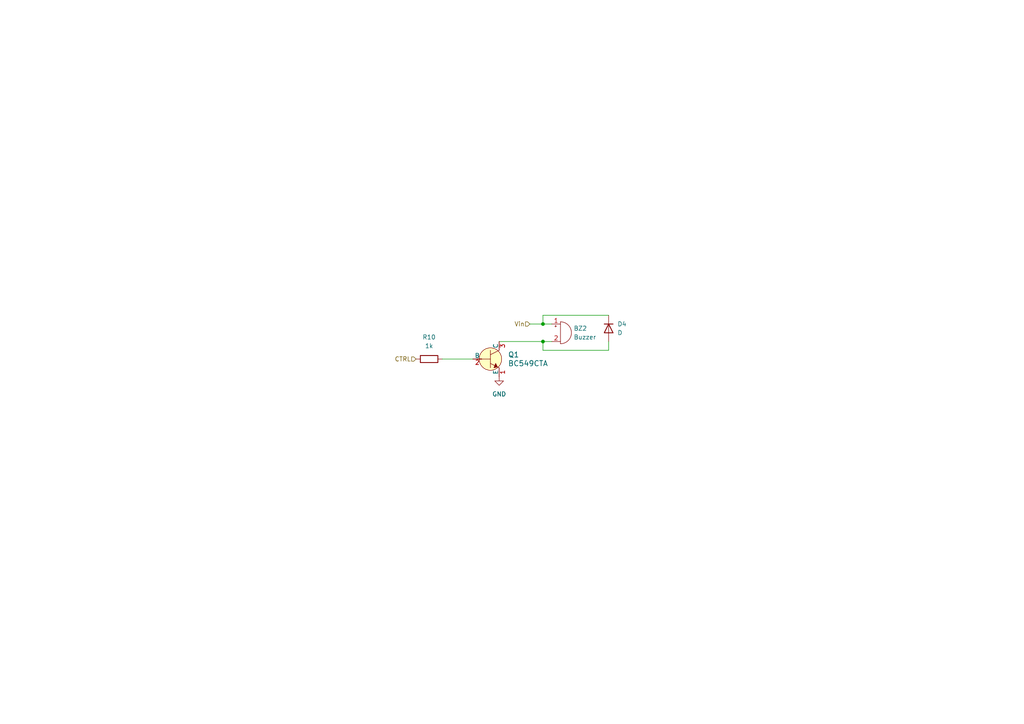
<source format=kicad_sch>
(kicad_sch (version 20250114) (generator "eeschema") (generator_version "9.0")
  (paper "A4")
  (lib_symbols
    (symbol "Device:Buzzer" (pin_names (offset 0.0254) (hide yes))
      (property "Reference" "BZ" (at 3.81 1.27 0))
      (property "Value" "Buzzer" (at 3.81 -1.27 0))
      (symbol "Buzzer_0_1"
        (polyline (pts (xy -1.651 1.905) (xy -1.143 1.905)))
        (polyline (pts (xy -1.397 2.159) (xy -1.397 1.651)))
        (arc (start 0 3.175) (mid 3.1612 0) (end 0 -3.175))
        (polyline (pts (xy 0 3.175) (xy 0 -3.175)))
      )
      (symbol "Buzzer_1_1"
        (pin passive line (at -2.54 2.54 0) (length 2.54) (name "+") (number "1"))
        (pin passive line (at -2.54 -2.54 0) (length 2.54) (name "-") (number "2"))
      )
    )
    (symbol "Device:D" (pin_numbers (hide yes)) (pin_names (offset 1.016) (hide yes))
      (property "Reference" "D" (at 0 2.54 0))
      (property "Value" "D" (at 0 -2.54 0))
      (symbol "D_0_1"
        (polyline (pts (xy -1.27 1.27) (xy -1.27 -1.27)) (stroke (width 0.254)))
        (polyline (pts (xy 1.27 1.27) (xy 1.27 -1.27) (xy -1.27 0) (xy 1.27 1.27)) (stroke (width 0.254)))
        (polyline (pts (xy 1.27 0) (xy -1.27 0)))
      )
      (symbol "D_1_1"
        (pin passive line (at -3.81 0 0) (length 2.54) (name "K") (number "1"))
        (pin passive line (at 3.81 0 180) (length 2.54) (name "A") (number "2"))
      )
    )
    (symbol "Device:R" (pin_numbers (hide yes)) (pin_names (offset 0))
      (property "Reference" "R" (at 2.032 0 90))
      (property "Value" "R" (at 0 0 90))
      (symbol "R_0_1"
        (rectangle (start -1.016 -2.54) (end 1.016 2.54) (stroke (width 0.254)))
      )
      (symbol "R_1_1"
        (pin passive line (at 0 3.81 270) (length 1.27) (name "~") (number "1"))
        (pin passive line (at 0 -3.81 90) (length 1.27) (name "~") (number "2"))
      )
    )
    (symbol "dk_Transistors-Bipolar-BJT-Single:BC549CTA" (pin_names (offset 0))
      (property "Reference" "Q" (at -3.2004 4.2164 0))
      (property "Value" "BC549CTA" (at 5.2324 0 90))
      (symbol "BC549CTA_0_1"
        (polyline (pts (xy -3.81 0) (xy -2.54 0)))
        (polyline (pts (xy -3.556 0) (xy 0 0)))
        (polyline (pts (xy 0 2.54) (xy 0 -2.54)))
        (polyline (pts (xy 0 1.27) (xy 2.54 2.54)))
        (circle (center 0 0) (radius 3.2512) (fill (type background)))
        (polyline (pts (xy 0 -1.27) (xy 2.54 -2.54)))
        (polyline (pts (xy 1.524 -1.27) (xy 2.032 -2.286) (xy 1.016 -2.54) (xy 1.524 -1.27)) (fill (type outline)))
      )
      (symbol "BC549CTA_1_1"
        (pin input line (at -5.08 0 0) (length 2.54) (name "B") (number "2"))
        (pin passive line (at 2.54 5.08 270) (length 2.54) (name "C") (number "3"))
        (pin passive line (at 2.54 -5.08 90) (length 2.54) (name "E") (number "1"))
      )
    )
    (symbol "power:GND" (power) (pin_numbers (hide yes)) (pin_names (offset 0) (hide yes))
      (property "Value" "GND" (at 0 -3.81 0))
      (symbol "GND_0_1"
        (polyline (pts (xy 0 0) (xy 0 -1.27) (xy 1.27 -1.27) (xy 0 -2.54) (xy -1.27 -1.27) (xy 0 -1.27)))
      )
      (symbol "GND_1_1"
        (pin power_in line (at 0 0 270) (length 0) (name "~") (number "1"))
      )
    )
  )
  (junction (at 157.48 99.06))
  (junction (at 157.48 93.98))
  (wire (pts (xy 157.48 99.06) (xy 160.02 99.06)))
  (wire (pts (xy 176.53 101.6) (xy 176.53 99.06)))
  (wire (pts (xy 157.48 93.98) (xy 160.02 93.98)))
  (wire (pts (xy 128.27 104.14) (xy 137.16 104.14)))
  (wire (pts (xy 144.78 99.06) (xy 157.48 99.06)))
  (wire (pts (xy 157.48 93.98) (xy 157.48 91.44)))
  (wire (pts (xy 157.48 101.6) (xy 176.53 101.6)))
  (wire (pts (xy 157.48 91.44) (xy 176.53 91.44)))
  (wire (pts (xy 153.67 93.98) (xy 157.48 93.98)))
  (wire (pts (xy 157.48 99.06) (xy 157.48 101.6)))
  (hierarchical_label "CTRL" (shape input) (at 120.65 104.14 180))
  (hierarchical_label "Vin" (shape input) (at 153.67 93.98 180))
  (symbol (lib_id "Device:D") (at 176.53 95.25 270) (unit 1)
    (property "Reference" "D4" (at 179.07 93.9799 90) (effects (justify left)))
    (property "Value" "D" (at 179.07 96.5199 90) (effects (justify left)))
    (property "Footprint" "Diode_SMD:D_0805_2012Metric_Pad1.15x1.40mm_HandSolder" (effects (hide yes)))
    (property "Description" "Diode" (effects (hide yes)))
    (property "Sim.Device" "D" (effects (hide yes)))
    (property "Sim.Pins" "1=K 2=A" (effects (hide yes)))
  )
  (symbol (lib_id "power:GND") (at 144.78 109.22 0) (unit 1)
    (property "Reference" "#PWR027" (effects (hide yes)))
    (property "Value" "GND" (at 144.78 114.3 0))
    (property "Description" "Power symbol creates a global label with name \"GND\" , ground" (effects (hide yes)))
  )
  (symbol (lib_id "Device:Buzzer") (at 162.56 96.52 0) (unit 1)
    (property "Reference" "BZ2" (at 166.37 95.2499 0) (effects (justify left)))
    (property "Value" "Buzzer" (at 166.37 97.7899 0) (effects (justify left)))
    (property "Footprint" "Buzzer_Beeper:Buzzer_12x9.5RM7.6" (effects (hide yes)))
    (property "Description" "Buzzer, polarized" (effects (hide yes)))
  )
  (symbol (lib_id "Device:R") (at 124.46 104.14 90) (unit 1)
    (property "Reference" "R10" (at 124.46 97.79 90))
    (property "Value" "1k" (at 124.46 100.33 90))
    (property "Footprint" "Resistor_SMD:R_0805_2012Metric_Pad1.20x1.40mm_HandSolder" (effects (hide yes)))
    (property "Description" "Resistor" (effects (hide yes)))
  )
  (symbol (lib_id "dk_Transistors-Bipolar-BJT-Single:BC549CTA") (at 142.24 104.14 0) (unit 1)
    (property "Reference" "Q1" (at 147.32 102.8699 0) (effects (font (size 1.524 1.524)) (justify left)))
    (property "Value" "BC549CTA" (at 147.32 105.4099 0) (effects (font (size 1.524 1.524)) (justify left)))
    (property "Footprint" "Package_TO_SOT_SMD:SOT-23_Handsoldering" (effects (hide yes)))
    (property "Datasheet" "https://www.onsemi.com/pub/Collateral/BC550-D.pdf" (effects (hide yes)))
    (property "Description" "TRANS NPN 30V 0.1A TO-92" (effects (hide yes)))
    (property "Digi-Key_PN" "BC549CTAFSCT-ND" (effects (hide yes)))
    (property "MPN" "BC549CTA" (effects (hide yes)))
    (property "Category" "Discrete Semiconductor Products" (effects (hide yes)))
    (property "Family" "Transistors - Bipolar (BJT) - Single" (effects (hide yes)))
    (property "DK_Datasheet_Link" "https://www.onsemi.com/pub/Collateral/BC550-D.pdf" (effects (hide yes)))
    (property "DK_Detail_Page" "/product-detail/en/on-semiconductor/BC549CTA/BC549CTAFSCT-ND/3478139" (effects (hide yes)))
    (property "Description_1" "TRANS NPN 30V 0.1A TO-92" (effects (hide yes)))
    (property "Manufacturer" "ON Semiconductor" (effects (hide yes)))
    (property "Status" "Active" (effects (hide yes)))
  )
)
</source>
